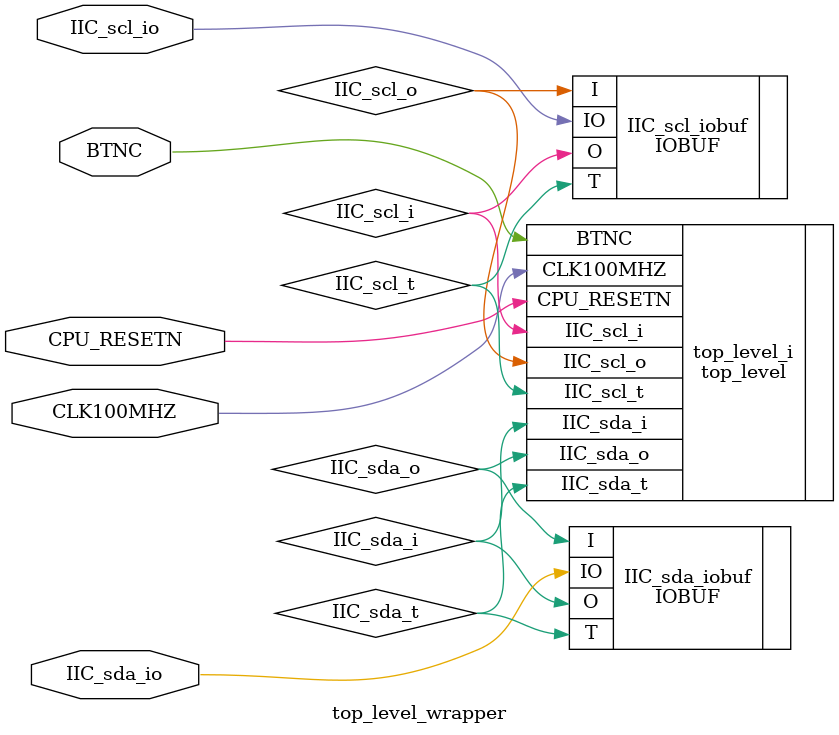
<source format=v>
`timescale 1 ps / 1 ps

module top_level_wrapper
   (BTNC,
    CLK100MHZ,
    CPU_RESETN,
    IIC_scl_io,
    IIC_sda_io);
  input BTNC;
  input CLK100MHZ;
  input CPU_RESETN;
  inout IIC_scl_io;
  inout IIC_sda_io;

  wire BTNC;
  wire CLK100MHZ;
  wire CPU_RESETN;
  wire IIC_scl_i;
  wire IIC_scl_io;
  wire IIC_scl_o;
  wire IIC_scl_t;
  wire IIC_sda_i;
  wire IIC_sda_io;
  wire IIC_sda_o;
  wire IIC_sda_t;

  IOBUF IIC_scl_iobuf
       (.I(IIC_scl_o),
        .IO(IIC_scl_io),
        .O(IIC_scl_i),
        .T(IIC_scl_t));
  IOBUF IIC_sda_iobuf
       (.I(IIC_sda_o),
        .IO(IIC_sda_io),
        .O(IIC_sda_i),
        .T(IIC_sda_t));
  top_level top_level_i
       (.BTNC(BTNC),
        .CLK100MHZ(CLK100MHZ),
        .CPU_RESETN(CPU_RESETN),
        .IIC_scl_i(IIC_scl_i),
        .IIC_scl_o(IIC_scl_o),
        .IIC_scl_t(IIC_scl_t),
        .IIC_sda_i(IIC_sda_i),
        .IIC_sda_o(IIC_sda_o),
        .IIC_sda_t(IIC_sda_t));
endmodule

</source>
